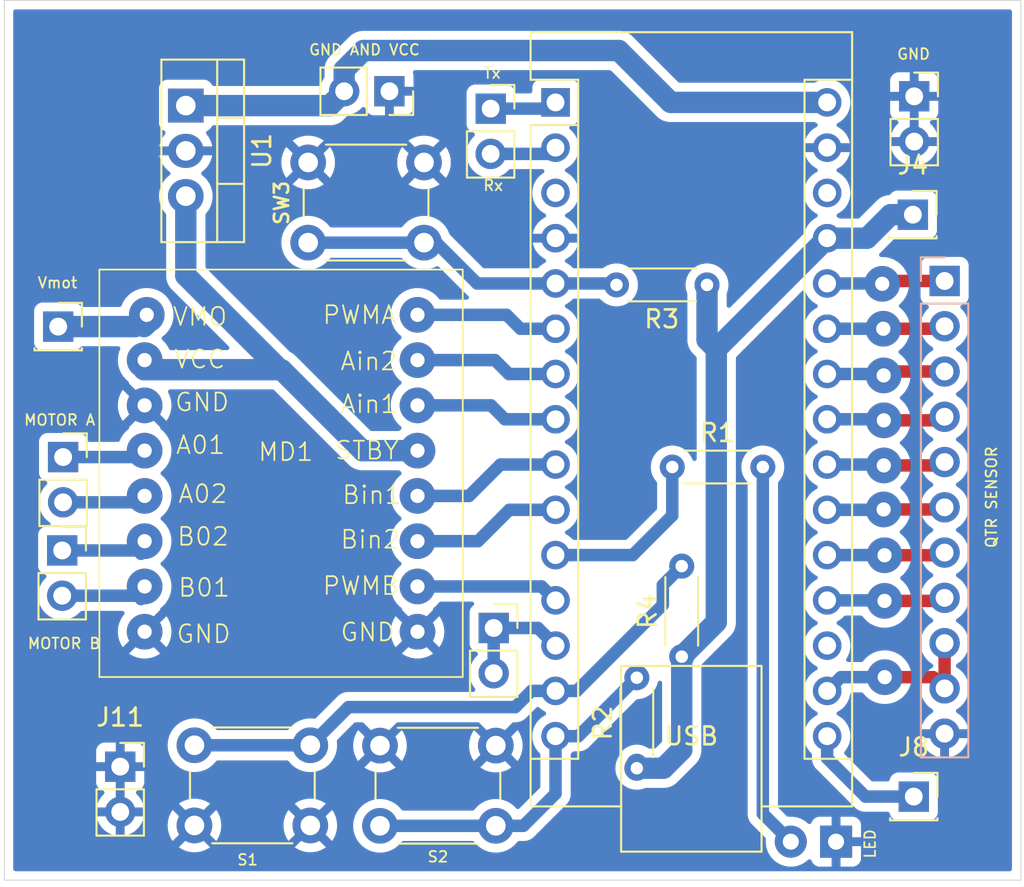
<source format=kicad_pcb>
(kicad_pcb (version 20240108) (generator "pcbnew") (generator_version "8.0")
  (title_block (title "Micromouse") (company "Prashant Bhandari"))
  (layers (0 "F.Cu" signal) (31 "B.Cu" signal) (34 "B.Paste" user) (35 "F.Paste" user) (36 "B.SilkS" user "B.Silkscreen") (37 "F.SilkS" user "F.Silkscreen") (38 "B.Mask" user) (39 "F.Mask" user) (44 "Edge.Cuts" user))
  (net 0 "")
  (net 1 "/A7")
  (net 2 "/Ain2")
  (net 3 "/LED")
  (net 4 "/D10")
  (net 5 "GND")
  (net 7 "/A4")
  (net 8 "/Rx")
  (net 9 "/PWMA")
  (net 10 "/SW1")
  (net 11 "VCC")
  (net 12 "/A6")
  (net 13 "/PWMB")
  (net 14 "/A2")
  (net 15 "/A3")
  (net 16 "/Tx")
  (net 17 "/Bin1")
  (net 19 "/Ain1")
  (net 20 "/A5")
  (net 21 "/A1")
  (net 22 "/Bin2")
  (net 23 "/A0")
  (net 24 "/Sw3")
  (net 25 "/SW2")
  (net 27 "voltage")
  (net 28 "Net-(D1-A)")
  (net 29 "Net-(J1-Pin_1)")
  (net 30 "Net-(J1-Pin_2)")
  (net 31 "Net-(J2-Pin_2)")
  (net 32 "Net-(J2-Pin_1)")
  (net 33 "+5V")
  (net 34 "/3.3v")
  (net 35 "/VMOT")
  (net 36 "/D13")
  (footprint "Module:Arduino_Nano" (layer "F.Cu") (at 208.24 118.71)
    (property "Reference" "A2" (hide yes))
    (property "Value" "Arduino_Nano_v3.x" (hide yes))
    (fp_line (start -1.4 -3.94) (end -1.4 -1.27) (stroke (width 0.12)) (layer "F.SilkS"))
    (fp_line (start -1.4 1.27) (end -1.4 39.5) (stroke (width 0.12)) (layer "F.SilkS"))
    (fp_line (start -1.4 39.5) (end 3.68 39.5) (stroke (width 0.12)) (layer "F.SilkS"))
    (fp_line (start 1.27 -1.27) (end -1.4 -1.27) (stroke (width 0.12)) (layer "F.SilkS"))
    (fp_line (start 1.27 1.27) (end -1.4 1.27) (stroke (width 0.12)) (layer "F.SilkS"))
    (fp_line (start 1.27 1.27) (end 1.27 -1.27) (stroke (width 0.12)) (layer "F.SilkS"))
    (fp_line (start 1.27 1.27) (end 1.27 36.83) (stroke (width 0.12)) (layer "F.SilkS"))
    (fp_line (start 1.27 36.83) (end -1.4 36.83) (stroke (width 0.12)) (layer "F.SilkS"))
    (fp_line (start 3.68 31.62) (end 11.56 31.62) (stroke (width 0.12)) (layer "F.SilkS"))
    (fp_line (start 3.68 42.04) (end 3.68 31.62) (stroke (width 0.12)) (layer "F.SilkS"))
    (fp_line (start 11.56 31.62) (end 11.56 42.04) (stroke (width 0.12)) (layer "F.SilkS"))
    (fp_line (start 11.56 42.04) (end 3.68 42.04) (stroke (width 0.12)) (layer "F.SilkS"))
    (fp_line (start 13.97 -1.27) (end 13.97 36.83) (stroke (width 0.12)) (layer "F.SilkS"))
    (fp_line (start 13.97 -1.27) (end 16.64 -1.27) (stroke (width 0.12)) (layer "F.SilkS"))
    (fp_line (start 13.97 36.83) (end 16.64 36.83) (stroke (width 0.12)) (layer "F.SilkS"))
    (fp_line (start 16.64 -3.94) (end -1.4 -3.94) (stroke (width 0.12)) (layer "F.SilkS"))
    (fp_line (start 16.64 39.5) (end 11.56 39.5) (stroke (width 0.12)) (layer "F.SilkS"))
    (fp_line (start 16.64 39.5) (end 16.64 -3.94) (stroke (width 0.12)) (layer "F.SilkS"))
    (fp_text user "USB" (at 7.62 35.56 0) (layer "F.SilkS"))
    (pad "1" thru_hole rect (at 0 0) (size 1.6 1.6) (drill 1) (layers "*.Cu" "*.Mask") (net 16 "/Tx"))
    (pad "2" thru_hole oval (at 0 2.54) (size 1.6 1.6) (drill 1) (layers "*.Cu" "*.Mask") (net 8 "/Rx"))
    (pad "3" thru_hole oval (at 0 5.08) (size 1.6 1.6) (drill 1) (layers "*.Cu" "*.Mask"))
    (pad "4" thru_hole oval (at 0 7.62) (size 1.6 1.6) (drill 1) (layers "*.Cu" "*.Mask") (net 5 "GND"))
    (pad "5" thru_hole oval (at 0 10.16) (size 1.6 1.6) (drill 1) (layers "*.Cu" "*.Mask") (net 24 "/Sw3"))
    (pad "6" thru_hole oval (at 0 12.7) (size 1.6 1.6) (drill 1) (layers "*.Cu" "*.Mask") (net 9 "/PWMA"))
    (pad "7" thru_hole oval (at 0 15.24) (size 1.6 1.6) (drill 1) (layers "*.Cu" "*.Mask") (net 2 "/Ain2"))
    (pad "8" thru_hole oval (at 0 17.78) (size 1.6 1.6) (drill 1) (layers "*.Cu" "*.Mask") (net 19 "/Ain1"))
    (pad "9" thru_hole oval (at 0 20.32) (size 1.6 1.6) (drill 1) (layers "*.Cu" "*.Mask") (net 17 "/Bin1"))
    (pad "10" thru_hole oval (at 0 22.86) (size 1.6 1.6) (drill 1) (layers "*.Cu" "*.Mask") (net 22 "/Bin2"))
    (pad "11" thru_hole oval (at 0 25.4) (size 1.6 1.6) (drill 1) (layers "*.Cu" "*.Mask") (net 3 "/LED"))
    (pad "12" thru_hole oval (at 0 27.94) (size 1.6 1.6) (drill 1) (layers "*.Cu" "*.Mask") (net 13 "/PWMB"))
    (pad "13" thru_hole oval (at 0 30.48) (size 1.6 1.6) (drill 1) (layers "*.Cu" "*.Mask") (net 4 "/D10"))
    (pad "14" thru_hole oval (at 0 33.02) (size 1.6 1.6) (drill 1) (layers "*.Cu" "*.Mask") (net 10 "/SW1"))
    (pad "15" thru_hole oval (at 0 35.56) (size 1.6 1.6) (drill 1) (layers "*.Cu" "*.Mask") (net 25 "/SW2"))
    (pad "16" thru_hole oval (at 15.24 35.56) (size 1.6 1.6) (drill 1) (layers "*.Cu" "*.Mask") (net 36 "/D13"))
    (pad "17" thru_hole oval (at 15.24 33.02) (size 1.6 1.6) (drill 1) (layers "*.Cu" "*.Mask") (net 34 "/3.3v"))
    (pad "18" thru_hole oval (at 15.24 30.48) (size 1.6 1.6) (drill 1) (layers "*.Cu" "*.Mask"))
    (pad "19" thru_hole oval (at 15.24 27.94) (size 1.6 1.6) (drill 1) (layers "*.Cu" "*.Mask") (net 23 "/A0"))
    (pad "20" thru_hole oval (at 15.24 25.4) (size 1.6 1.6) (drill 1) (layers "*.Cu" "*.Mask") (net 21 "/A1"))
    (pad "21" thru_hole oval (at 15.24 22.86) (size 1.6 1.6) (drill 1) (layers "*.Cu" "*.Mask") (net 14 "/A2"))
    (pad "22" thru_hole oval (at 15.24 20.32) (size 1.6 1.6) (drill 1) (layers "*.Cu" "*.Mask") (net 15 "/A3"))
    (pad "23" thru_hole oval (at 15.24 17.78) (size 1.6 1.6) (drill 1) (layers "*.Cu" "*.Mask") (net 7 "/A4"))
    (pad "24" thru_hole oval (at 15.24 15.24) (size 1.6 1.6) (drill 1) (layers "*.Cu" "*.Mask") (net 20 "/A5"))
    (pad "25" thru_hole oval (at 15.24 12.7) (size 1.6 1.6) (drill 1) (layers "*.Cu" "*.Mask") (net 12 "/A6"))
    (pad "26" thru_hole oval (at 15.24 10.16) (size 1.6 1.6) (drill 1) (layers "*.Cu" "*.Mask") (net 1 "/A7"))
    (pad "27" thru_hole oval (at 15.24 7.62) (size 1.6 1.6) (drill 1) (layers "*.Cu" "*.Mask") (net 27 "voltage"))
    (pad "28" thru_hole oval (at 15.24 5.08) (size 1.6 1.6) (drill 1) (layers "*.Cu" "*.Mask"))
    (pad "29" thru_hole oval (at 15.24 2.54) (size 1.6 1.6) (drill 1) (layers "*.Cu" "*.Mask") (net 5 "GND"))
    (pad "30" thru_hole oval (at 15.24 0) (size 1.6 1.6) (drill 1) (layers "*.Cu" "*.Mask") (net 11 "VCC"))
  )
  (footprint "Button_Switch_THT:SW_PUSH_6mm" (layer "F.Cu") (at 198.39 154.8)
    (property "Reference" "SW2" (hide yes))
    (property "Value" "SW_Push" (hide yes))
    (fp_line (start -0.25 1.5) (end -0.25 3) (stroke (width 0.12)) (layer "F.SilkS"))
    (fp_line (start 1 5.5) (end 5.5 5.5) (stroke (width 0.12)) (layer "F.SilkS"))
    (fp_line (start 5.5 -1) (end 1 -1) (stroke (width 0.12)) (layer "F.SilkS"))
    (fp_line (start 6.75 3) (end 6.75 1.5) (stroke (width 0.12)) (layer "F.SilkS"))
    (pad "1" thru_hole circle (at 0 0 90) (size 2 2) (drill 1.1) (layers "*.Cu" "*.Mask") (net 5 "GND"))
    (pad "1" thru_hole circle (at 6.5 0 90) (size 2 2) (drill 1.1) (layers "*.Cu" "*.Mask") (net 5 "GND"))
    (pad "2" thru_hole circle (at 0 4.5 90) (size 2 2) (drill 1.1) (layers "*.Cu" "*.Mask") (net 25 "/SW2"))
    (pad "2" thru_hole circle (at 6.5 4.5 90) (size 2 2) (drill 1.1) (layers "*.Cu" "*.Mask") (net 25 "/SW2"))
  )
  (footprint "Button_Switch_THT:SW_PUSH_6mm" (layer "F.Cu") (at 194.48 159.28 180)
    (property "Reference" "SW1" (hide yes))
    (property "Value" "SW_Push")
    (fp_line (start 6.75 3) (end 6.75 1.5) (stroke (width 0.12)) (layer "F.SilkS"))
    (fp_line (start 5.5 -1) (end 1 -1) (stroke (width 0.12)) (layer "F.SilkS"))
    (fp_line (start 1 5.5) (end 5.5 5.5) (stroke (width 0.12)) (layer "F.SilkS"))
    (fp_line (start -0.25 1.5) (end -0.25 3) (stroke (width 0.12)) (layer "F.SilkS"))
    (pad "1" thru_hole circle (at 0 0 270) (size 2 2) (drill 1.1) (layers "*.Cu" "*.Mask") (net 5 "GND"))
    (pad "1" thru_hole circle (at 6.5 0 270) (size 2 2) (drill 1.1) (layers "*.Cu" "*.Mask") (net 5 "GND"))
    (pad "2" thru_hole circle (at 0 4.5 270) (size 2 2) (drill 1.1) (layers "*.Cu" "*.Mask") (net 10 "/SW1"))
    (pad "2" thru_hole circle (at 6.5 4.5 270) (size 2 2) (drill 1.1) (layers "*.Cu" "*.Mask") (net 10 "/SW1"))
  )
  (footprint "Resistor_THT:R_Axial_DIN0204_L3.6mm_D1.6mm_P5.08mm_Horizontal" (layer "F.Cu") (at 212.8 156.07 90)
    (property "Reference" "R2" (at 2.54 -1.92 90) (layer "F.SilkS"))
    (property "Value" "R")
    (fp_line (start 0.62 -0.92) (end 4.46 -0.92) (stroke (width 0.12)) (layer "F.SilkS"))
    (fp_line (start 0.62 0.92) (end 4.46 0.92) (stroke (width 0.12)) (layer "F.SilkS"))
    (pad "1" thru_hole circle (at 0 0 90) (size 1.4 1.4) (drill 0.7) (layers "*.Cu" "*.Mask") (net 27 "voltage"))
    (pad "2" thru_hole oval (at 5.08 0 90) (size 1.4 1.4) (drill 0.7) (layers "*.Cu" "*.Mask") (net 25 "/SW2"))
  )
  (footprint "LED_THT:LED_D1.8mm_W1.8mm_H2.4mm_Horizontal_O1.27mm_Z1.6mm" (layer "F.Cu") (at 223.98 160.19 180)
    (property "Reference" "D1" (hide yes))
    (property "Value" "LED" (hide yes))
    (pad "1" thru_hole rect (at 0 0 180) (size 1.8 1.8) (drill 0.9) (layers "*.Cu" "*.Mask") (net 5 "GND"))
    (pad "2" thru_hole circle (at 2.54 0 180) (size 1.8 1.8) (drill 0.9) (layers "*.Cu" "*.Mask") (net 28 "Net-(D1-A)"))
  )
  (footprint "Button_Switch_THT:SW_PUSH_6mm" (layer "F.Cu") (at 194.36 122.08)
    (property "Reference" "SW3" (at -1.4875 2.2675 90) (layer "F.SilkS") (effects (font (size 0.8 0.8))))
    (property "Value" "SW_Push" (hide yes))
    (fp_line (start -0.25 1.5) (end -0.25 3) (stroke (width 0.12)) (layer "F.SilkS"))
    (fp_line (start 1 5.5) (end 5.5 5.5) (stroke (width 0.12)) (layer "F.SilkS"))
    (fp_line (start 5.5 -1) (end 1 -1) (stroke (width 0.12)) (layer "F.SilkS"))
    (fp_line (start 6.75 3) (end 6.75 1.5) (stroke (width 0.12)) (layer "F.SilkS"))
    (pad "1" thru_hole circle (at 0 0 90) (size 2 2) (drill 1.1) (layers "*.Cu" "*.Mask") (net 5 "GND"))
    (pad "1" thru_hole circle (at 6.5 0 90) (size 2 2) (drill 1.1) (layers "*.Cu" "*.Mask") (net 5 "GND"))
    (pad "2" thru_hole circle (at 0 4.5 90) (size 2 2) (drill 1.1) (layers "*.Cu" "*.Mask") (net 24 "/Sw3"))
    (pad "2" thru_hole circle (at 6.5 4.5 90) (size 2 2) (drill 1.1) (layers "*.Cu" "*.Mask") (net 24 "/Sw3"))
  )
  (footprint "Connector_PinSocket_2.54mm:PinSocket_1x01_P2.54mm_Vertical" (layer "F.Cu") (at 228.29 125.01)
    (property "Reference" "J4" (at 0 -2.77 0) (layer "F.SilkS"))
    (property "Value" "Conn_01x01_Pin" (hide yes))
    (fp_line (start -1.33 1.21) (end -1.33 1.33) (stroke (width 0.12)) (layer "F.SilkS"))
    (fp_line (start -1.33 1.33) (end 1.33 1.33) (stroke (width 0.12)) (layer "F.SilkS"))
    (fp_line (start 0 -1.33) (end 1.33 -1.33) (stroke (width 0.12)) (layer "F.SilkS"))
    (fp_line (start 1.33 -1.33) (end 1.33 0) (stroke (width 0.12)) (layer "F.SilkS"))
    (fp_line (start 1.33 1.21) (end 1.33 1.33) (stroke (width 0.12)) (layer "F.SilkS"))
    (pad "1" thru_hole rect (at 0 0) (size 1.7 1.7) (drill 1) (layers "*.Cu" "*.Mask") (net 27 "voltage"))
  )
  (footprint "Connector_PinSocket_2.54mm:PinSocket_1x02_P2.54mm_Vertical" (layer "F.Cu") (at 204.77 148.2)
    (property "Reference" "J6" (hide yes))
    (property "Value" "Conn_01x02_Pin" (hide yes))
    (fp_line (start -1.33 1.27) (end -1.33 3.87) (stroke (width 0.12)) (layer "F.SilkS"))
    (fp_line (start -1.33 1.27) (end 1.33 1.27) (stroke (width 0.12)) (layer "F.SilkS"))
    (fp_line (start -1.33 3.87) (end 1.33 3.87) (stroke (width 0.12)) (layer "F.SilkS"))
    (fp_line (start 0 -1.33) (end 1.33 -1.33) (stroke (width 0.12)) (layer "F.SilkS"))
    (fp_line (start 1.33 -1.33) (end 1.33 0) (stroke (width 0.12)) (layer "F.SilkS"))
    (fp_line (start 1.33 1.27) (end 1.33 3.87) (stroke (width 0.12)) (layer "F.SilkS"))
    (pad "1" thru_hole rect (at 0 0) (size 1.7 1.7) (drill 1) (layers "*.Cu" "*.Mask") (net 4 "/D10"))
    (pad "2" thru_hole oval (at 0 2.54) (size 1.7 1.7) (drill 1) (layers "*.Cu" "*.Mask") (net 4 "/D10"))
  )
  (footprint "Resistor_THT:R_Axial_DIN0204_L3.6mm_D1.6mm_P5.08mm_Horizontal" (layer "F.Cu") (at 214.79 139.17)
    (property "Reference" "R1" (at 2.54 -1.92 0) (layer "F.SilkS"))
    (property "Value" "R")
    (fp_line (start 0.62 -0.92) (end 4.46 -0.92) (stroke (width 0.12)) (layer "F.SilkS"))
    (fp_line (start 0.62 0.92) (end 4.46 0.92) (stroke (width 0.12)) (layer "F.SilkS"))
    (pad "1" thru_hole circle (at 0 0) (size 1.4 1.4) (drill 0.7) (layers "*.Cu" "*.Mask") (net 3 "/LED"))
    (pad "2" thru_hole oval (at 5.08 0) (size 1.4 1.4) (drill 0.7) (layers "*.Cu" "*.Mask") (net 28 "Net-(D1-A)"))
  )
  (footprint "Connector_PinSocket_2.54mm:PinSocket_1x02_P2.54mm_Vertical" (layer "F.Cu") (at 198.92 118.085 -90)
    (property "Reference" "J3" (hide yes))
    (property "Value" "Conn_01x02_Pin" (hide yes))
    (fp_line (start -1.33 3.87) (end 1.33 3.87) (stroke (width 0.12)) (layer "F.SilkS"))
    (fp_line (start -1.33 1.27) (end -1.33 3.87) (stroke (width 0.12)) (layer "F.SilkS"))
    (fp_line (start -1.33 1.27) (end 1.33 1.27) (stroke (width 0.12)) (layer "F.SilkS"))
    (fp_line (start 1.33 1.27) (end 1.33 3.87) (stroke (width 0.12)) (layer "F.SilkS"))
    (fp_line (start 0 -1.33) (end 1.33 -1.33) (stroke (width 0.12)) (layer "F.SilkS"))
    (fp_line (start 1.33 -1.33) (end 1.33 0) (stroke (width 0.12)) (layer "F.SilkS"))
    (pad "1" thru_hole rect (at 0 0 270) (size 1.7 1.7) (drill 1) (layers "*.Cu" "*.Mask") (net 5 "GND"))
    (pad "2" thru_hole oval (at 0 2.54 270) (size 1.7 1.7) (drill 1) (layers "*.Cu" "*.Mask") (net 11 "VCC"))
  )
  (footprint "Connector_PinSocket_2.54mm:PinSocket_1x02_P2.54mm_Vertical" (layer "F.Cu") (at 183.815 155.98)
    (property "Reference" "J11" (at 0 -2.77 0) (layer "F.SilkS"))
    (property "Value" "Conn_01x02_Pin" (hide yes))
    (fp_line (start -1.33 1.27) (end -1.33 3.87) (stroke (width 0.12)) (layer "F.SilkS"))
    (fp_line (start -1.33 1.27) (end 1.33 1.27) (stroke (width 0.12)) (layer "F.SilkS"))
    (fp_line (start -1.33 3.87) (end 1.33 3.87) (stroke (width 0.12)) (layer "F.SilkS"))
    (fp_line (start 0 -1.33) (end 1.33 -1.33) (stroke (width 0.12)) (layer "F.SilkS"))
    (fp_line (start 1.33 -1.33) (end 1.33 0) (stroke (width 0.12)) (layer "F.SilkS"))
    (fp_line (start 1.33 1.27) (end 1.33 3.87) (stroke (width 0.12)) (layer "F.SilkS"))
    (pad "1" thru_hole rect (at 0 0) (size 1.7 1.7) (drill 1) (layers "*.Cu" "*.Mask") (net 5 "GND"))
    (pad "2" thru_hole oval (at 0 2.54) (size 1.7 1.7) (drill 1) (layers "*.Cu" "*.Mask") (net 5 "GND"))
  )
  (footprint "Connector_PinSocket_2.54mm:PinSocket_1x02_P2.54mm_Vertical" (layer "F.Cu") (at 204.6 119.06)
    (property "Reference" "J5" (hide yes))
    (property "Value" "Conn_01x02_Pin" (hide yes))
    (fp_line (start -1.33 1.27) (end -1.33 3.87) (stroke (width 0.12)) (layer "F.SilkS"))
    (fp_line (start -1.33 1.27) (end 1.33 1.27) (stroke (width 0.12)) (layer "F.SilkS"))
    (fp_line (start -1.33 3.87) (end 1.33 3.87) (stroke (width 0.12)) (layer "F.SilkS"))
    (fp_line (start 0 -1.33) (end 1.33 -1.33) (stroke (width 0.12)) (layer "F.SilkS"))
    (fp_line (start 1.33 -1.33) (end 1.33 0) (stroke (width 0.12)) (layer "F.SilkS"))
    (fp_line (start 1.33 1.27) (end 1.33 3.87) (stroke (width 0.12)) (layer "F.SilkS"))
    (pad "1" thru_hole rect (at 0 0) (size 1.7 1.7) (drill 1) (layers "*.Cu" "*.Mask") (net 16 "/Tx"))
    (pad "2" thru_hole oval (at 0 2.54) (size 1.7 1.7) (drill 1) (layers "*.Cu" "*.Mask") (net 8 "/Rx"))
  )
  (footprint "Package_TO_SOT_THT:TO-220-3_Vertical" (layer "F.Cu") (at 187.495 118.89 -90)
    (property "Reference" "U1" (at 2.54 -4.27 90) (layer "F.SilkS"))
    (property "Value" "LM7805_TO220" (hide yes))
    (fp_line (start -2.58 1.371) (end 7.66 1.371) (stroke (width 0.12)) (layer "F.SilkS"))
    (fp_line (start -2.58 -1.76) (end 7.66 -1.76) (stroke (width 0.12)) (layer "F.SilkS"))
    (fp_line (start -2.58 -3.27) (end -2.58 1.371) (stroke (width 0.12)) (layer "F.SilkS"))
    (fp_line (start -2.58 -3.27) (end 7.66 -3.27) (stroke (width 0.12)) (layer "F.SilkS"))
    (fp_line (start 0.69 -3.27) (end 0.69 -1.76) (stroke (width 0.12)) (layer "F.SilkS"))
    (fp_line (start 4.391 -3.27) (end 4.391 -1.76) (stroke (width 0.12)) (layer "F.SilkS"))
    (fp_line (start 7.66 -3.27) (end 7.66 1.371) (stroke (width 0.12)) (layer "F.SilkS"))
    (pad "1" thru_hole rect (at 0 0 270) (size 1.905 2) (drill 1.1) (layers "*.Cu" "*.Mask") (net 11 "VCC"))
    (pad "2" thru_hole oval (at 2.54 0 270) (size 1.905 2) (drill 1.1) (layers "*.Cu" "*.Mask") (net 5 "GND"))
    (pad "3" thru_hole oval (at 5.08 0 270) (size 1.905 2) (drill 1.1) (layers "*.Cu" "*.Mask") (net 33 "+5V"))
  )
  (footprint "Resistor_THT:R_Axial_DIN0204_L3.6mm_D1.6mm_P5.08mm_Horizontal" (layer "F.Cu") (at 215.32 149.81 90)
    (property "Reference" "R4" (at 2.54 -1.92 90) (layer "F.SilkS"))
    (property "Value" "R")
    (fp_line (start 0.62 -0.92) (end 4.46 -0.92) (stroke (width 0.12)) (layer "F.SilkS"))
    (fp_line (start 0.62 0.92) (end 4.46 0.92) (stroke (width 0.12)) (layer "F.SilkS"))
    (pad "1" thru_hole circle (at 0 0 90) (size 1.4 1.4) (drill 0.7) (layers "*.Cu" "*.Mask") (net 27 "voltage"))
    (pad "2" thru_hole oval (at 5.08 0 90) (size 1.4 1.4) (drill 0.7) (layers "*.Cu" "*.Mask") (net 10 "/SW1"))
  )
  (footprint "Connector_PinSocket_2.54mm:PinSocket_1x02_P2.54mm_Vertical" (layer "F.Cu") (at 228.365 118.37)
    (property "Reference" "J7" (hide yes))
    (property "Value" "Conn_01x02_Pin" (hide yes))
    (fp_line (start -1.33 1.27) (end -1.33 3.87) (stroke (width 0.12)) (layer "F.SilkS"))
    (fp_line (start -1.33 1.27) (end 1.33 1.27) (stroke (width 0.12)) (layer "F.SilkS"))
    (fp_line (start -1.33 3.87) (end 1.33 3.87) (stroke (width 0.12)) (layer "F.SilkS"))
    (fp_line (start 0 -1.33) (end 1.33 -1.33) (stroke (width 0.12)) (layer "F.SilkS"))
    (fp_line (start 1.33 -1.33) (end 1.33 0) (stroke (width 0.12)) (layer "F.SilkS"))
    (fp_line (start 1.33 1.27) (end 1.33 3.87) (stroke (width 0.12)) (layer "F.SilkS"))
    (pad "1" thru_hole rect (at 0 0) (size 1.7 1.7) (drill 1) (layers "*.Cu" "*.Mask") (net 5 "GND"))
    (pad "2" thru_hole oval (at 0 2.54) (size 1.7 1.7) (drill 1) (layers "*.Cu" "*.Mask") (net 5 "GND"))
  )
  (footprint "micromouse1.0:tbfng motor driver" (layer "F.Cu") (at 192.805 139.52)
    (property "Reference" "MD1" (at 0.3 -1.2 0) (layer "F.SilkS") (effects (font (thickness 0.1))))
    (property "Value" "~")
    (fp_rect (start -10.16 -11.43) (end 10.23 11.43) (stroke (width 0.1)) (fill none) (layer "F.SilkS"))
    (fp_text user "Bin1" (at 3.4 1.8 0) (layer "F.SilkS") (effects (font (thickness 0.1)) (justify left bottom)))
    (fp_text user "VMO" (at -6.1 -8.2 0) (layer "F.SilkS") (effects (font (thickness 0.1)) (justify left bottom)))
    (fp_text user "B01" (at -5.8 7 0) (layer "F.SilkS") (effects (font (thickness 0.1)) (justify left bottom)))
    (fp_text user "PWMA" (at 2.3 -8.3 0) (layer "F.SilkS") (effects (font (thickness 0.1)) (justify left bottom)))
    (fp_text user "GND" (at 3.3 9.5 0) (layer "F.SilkS") (effects (font (thickness 0.1)) (justify left bottom)))
    (fp_text user "Ain1" (at 3.3 -3.3 0) (layer "F.SilkS") (effects (font (thickness 0.1)) (justify left bottom)))
    (fp_text user "A01" (at -5.927114 -1.006122 0) (layer "F.SilkS") (effects (font (thickness 0.1)) (justify left bottom)))
    (fp_text user "A02" (at -5.8 1.740482 0) (layer "F.SilkS") (effects (font (thickness 0.1)) (justify left bottom)))
    (fp_text user "B02" (at -5.86064 4.135764 0) (layer "F.SilkS") (effects (font (thickness 0.1)) (justify left bottom)))
    (fp_text user "PWMB" (at 2.3 6.9 0) (layer "F.SilkS") (effects (font (thickness 0.1)) (justify left bottom)))
    (fp_text user "VCC" (at -6.021405 -5.809036 0) (layer "F.SilkS") (effects (font (thickness 0.1)) (justify left bottom)))
    (fp_text user "Bin2" (at 3.3 4.3 0) (layer "F.SilkS") (effects (font (thickness 0.1)) (justify left bottom)))
    (fp_text user "GND" (at -5.9 9.6 0) (layer "F.SilkS") (effects (font (thickness 0.1)) (justify left bottom)))
    (fp_text user "Ain2" (at 3.3 -5.7 0) (layer "F.SilkS") (effects (font (thickness 0.1)) (justify left bottom)))
    (fp_text user "STBY" (at 3 -0.7 0) (layer "F.SilkS") (effects (font (thickness 0.1)) (justify left bottom)))
    (fp_text user "GND" (at -5.986263 -3.401675 0) (layer "F.SilkS") (effects (font (thickness 0.1)) (justify left bottom)))
    (pad "1" thru_hole circle (at -7.5 -8.89) (size 2 2) (drill 0.8) (layers "*.Cu" "*.Mask") (net 35 "/VMOT"))
    (pad "2" thru_hole circle (at -7.62 -6.35) (size 2 2) (drill 0.8) (layers "*.Cu" "*.Mask") (net 33 "+5V"))
    (pad "3" thru_hole circle (at -7.62 -3.81) (size 2 2) (drill 0.8) (layers "*.Cu" "*.Mask") (net 5 "GND"))
    (pad "4" thru_hole circle (at -7.62 -1.27) (size 2 2) (drill 0.8) (layers "*.Cu" "*.Mask") (net 29 "Net-(J1-Pin_1)"))
    (pad "5" thru_hole circle (at -7.62 1.27) (size 2 2) (drill 0.8) (layers "*.Cu" "*.Mask") (net 30 "Net-(J1-Pin_2)"))
    (pad "6" thru_hole circle (at -7.62 3.81) (size 2 2) (drill 0.8) (layers "*.Cu" "*.Mask") (net 32 "Net-(J2-Pin_1)"))
    (pad "7" thru_hole circle (at -7.62 6.35) (size 2 2) (drill 0.8) (layers "*.Cu" "*.Mask") (net 31 "Net-(J2-Pin_2)"))
    (pad "8" thru_hole circle (at -7.62 8.89) (size 2 2) (drill 0.8) (layers "*.Cu" "*.Mask") (net 5 "GND"))
    (pad "9" thru_hole circle (at 7.69 8.89) (size 2 2) (drill 0.8) (layers "*.Cu" "*.Mask") (net 5 "GND"))
    (pad "10" thru_hole circle (at 7.69 6.35) (size 2 2) (drill 0.8) (layers "*.Cu" "*.Mask") (net 13 "/PWMB"))
    (pad "11" thru_hole circle (at 7.69 3.81) (size 2 2) (drill 0.8) (layers "*.Cu" "*.Mask") (net 22 "/Bin2"))
    (pad "12" thru_hole circle (at 7.69 1.27) (size 2 2) (drill 0.8) (layers "*.Cu" "*.Mask") (net 17 "/Bin1"))
    (pad "13" thru_hole circle (at 7.69 -1.27) (size 2 2) (drill 0.8) (layers "*.Cu" "*.Mask") (net 33 "+5V"))
    (pad "14" thru_hole circle (at 7.69 -3.81) (size 2 2) (drill 0.8) (layers "*.Cu" "*.Mask") (net 19 "/Ain1"))
    (pad "15" thru_hole circle (at 7.69 -6.35) (size 2 2) (drill 0.8) (layers "*.Cu" "*.Mask") (net 2 "/Ain2"))
    (pad "16" thru_hole circle (at 7.69 -8.89) (size 2 2) (drill 0.8) (layers "*.Cu" "*.Mask") (net 9 "/PWMA"))
  )
  (footprint "Connector_PinSocket_2.54mm:PinSocket_1x02_P2.54mm_Vertical" (layer "F.Cu") (at 180.56 143.85)
    (property "Reference" "J2" (hide yes))
    (property "Value" "Conn_01x02_Pin" (hide yes))
    (fp_line (start -1.33 1.27) (end -1.33 3.87) (stroke (width 0.12)) (layer "F.SilkS"))
    (fp_line (start -1.33 1.27) (end 1.33 1.27) (stroke (width 0.12)) (layer "F.SilkS"))
    (fp_line (start -1.33 3.87) (end 1.33 3.87) (stroke (width 0.12)) (layer "F.SilkS"))
    (fp_line (start 0 -1.33) (end 1.33 -1.33) (stroke (width 0.12)) (layer "F.SilkS"))
    (fp_line (start 1.33 -1.33) (end 1.33 0) (stroke (width 0.12)) (layer "F.SilkS"))
    (fp_line (start 1.33 1.27) (end 1.33 3.87) (stroke (width 0.12)) (layer "F.SilkS"))
    (pad "1" thru_hole rect (at 0 0) (size 1.7 1.7) (drill 1) (layers "*.Cu" "*.Mask") (net 32 "Net-(J2-Pin_1)"))
    (pad "2" thru_hole oval (at 0 2.54) (size 1.7 1.7) (drill 1) (layers "*.Cu" "*.Mask") (net 31 "Net-(J2-Pin_2)"))
  )
  (footprint "Connector_PinSocket_2.54mm:PinSocket_1x01_P2.54mm_Vertical" (layer "F.Cu") (at 180.335 131.29)
    (property "Reference" "J9" (hide yes))
    (property "Value" "Conn_01x01_Pin" (hide yes))
    (fp_line (start -1.33 1.21) (end -1.33 1.33) (stroke (width 0.12)) (layer "F.SilkS"))
    (fp_line (start -1.33 1.33) (end 1.33 1.33) (stroke (width 0.12)) (layer "F.SilkS"))
    (fp_line (start 0 -1.33) (end 1.33 -1.33) (stroke (width 0.12)) (layer "F.SilkS"))
    (fp_line (start 1.33 -1.33) (end 1.33 0) (stroke (width 0.12)) (layer "F.SilkS"))
    (fp_line (start 1.33 1.21) (end 1.33 1.33) (stroke (width 0.12)) (layer "F.SilkS"))
    (pad "1" thru_hole rect (at 0 0) (size 1.7 1.7) (drill 1) (layers "*.Cu" "*.Mask") (net 35 "/VMOT"))
  )
  (footprint "Connector_PinSocket_2.54mm:PinSocket_1x02_P2.54mm_Vertical" (layer "F.Cu") (at 180.61 138.61)
    (property "Reference" "J1" (hide yes))
    (property "Value" "Conn_01x02_Pin" (hide yes))
    (fp_line (start -1.33 1.27) (end -1.33 3.87) (stroke (width 0.12)) (layer "F.SilkS"))
    (fp_line (start -1.33 1.27) (end 1.33 1.27) (stroke (width 0.12)) (layer "F.SilkS"))
    (fp_line (start -1.33 3.87) (end 1.33 3.87) (stroke (width 0.12)) (layer "F.SilkS"))
    (fp_line (start 0 -1.33) (end 1.33 -1.33) (stroke (width 0.12)) (layer "F.SilkS"))
    (fp_line (start 1.33 -1.33) (end 1.33 0) (stroke (width 0.12)) (layer "F.SilkS"))
    (fp_line (start 1.33 1.27) (end 1.33 3.87) (stroke (width 0.12)) (layer "F.SilkS"))
    (pad "1" thru_hole rect (at 0 0) (size 1.7 1.7) (drill 1) (layers "*.Cu" "*.Mask") (net 29 "Net-(J1-Pin_1)"))
    (pad "2" thru_hole oval (at 0 2.54) (size 1.7 1.7) (drill 1) (layers "*.Cu" "*.Mask") (net 30 "Net-(J1-Pin_2)"))
  )
  (footprint "Resistor_THT:R_Axial_DIN0204_L3.6mm_D1.6mm_P5.08mm_Horizontal" (layer "F.Cu") (at 216.74 128.95 180)
    (property "Reference" "R3" (at 2.54 -1.92 0) (layer "F.SilkS"))
    (property "Value" "R")
    (fp_line (start 0.62 0.92) (end 4.46 0.92) (stroke (width 0.12)) (layer "F.SilkS"))
    (fp_line (start 0.62 -0.92) (end 4.46 -0.92) (stroke (width 0.12)) (layer "F.SilkS"))
    (pad "1" thru_hole circle (at 0 0 180) (size 1.4 1.4) (drill 0.7) (layers "*.Cu" "*.Mask") (net 27 "voltage"))
    (pad "2" thru_hole oval (at 5.08 0 180) (size 1.4 1.4) (drill 0.7) (layers "*.Cu" "*.Mask") (net 24 "/Sw3"))
  )
  (footprint "Connector_PinSocket_2.54mm:PinSocket_1x01_P2.54mm_Vertical" (layer "F.Cu") (at 228.34 157.66)
    (property "Reference" "J8" (at 0 -2.77 0) (layer "F.SilkS"))
    (property "Value" "Conn_01x01_Pin" (hide yes))
    (fp_line (start -1.33 1.21) (end -1.33 1.33) (stroke (width 0.12)) (layer "F.SilkS"))
    (fp_line (start -1.33 1.33) (end 1.33 1.33) (stroke (width 0.12)) (layer "F.SilkS"))
    (fp_line (start 0 -1.33) (end 1.33 -1.33) (stroke (width 0.12)) (layer "F.SilkS"))
    (fp_line (start 1.33 -1.33) (end 1.33 0) (stroke (width 0.12)) (layer "F.SilkS"))
    (fp_line (start 1.33 1.21) (end 1.33 1.33) (stroke (width 0.12)) (layer "F.SilkS"))
    (pad "1" thru_hole rect (at 0 0) (size 1.7 1.7) (drill 1) (layers "*.Cu" "*.Mask") (net 36 "/D13"))
  )
  (footprint "Connector_PinSocket_2.54mm:PinSocket_1x11_P2.54mm_Vertical" (layer "B.Cu") (at 230.07 128.73 180)
    (property "Reference" "J10" (hide yes))
    (property "Value" "Conn_01x11_Pin" (hide yes))
    (fp_line (start 1.33 1.33) (end 0 1.33) (stroke (width 0.12)) (layer "B.SilkS"))
    (fp_line (start 1.33 0) (end 1.33 1.33) (stroke (width 0.12)) (layer "B.SilkS"))
    (fp_line (start 1.33 -1.27) (end -1.33 -1.27) (stroke (width 0.12)) (layer "B.SilkS"))
    (fp_line (start 1.33 -26.73) (end 1.33 -1.27) (stroke (width 0.12)) (layer "B.SilkS"))
    (fp_line (start 1.33 -26.73) (end -1.33 -26.73) (stroke (width 0.12)) (layer "B.SilkS"))
    (fp_line (start -1.33 -26.73) (end -1.33 -1.27) (stroke (width 0.12)) (layer "B.SilkS"))
    (pad "1" thru_hole rect (at 0 0 180) (size 1.7 1.7) (drill 1) (layers "*.Cu" "*.Mask") (net 1 "/A7"))
    (pad "2" thru_hole oval (at 0 -2.54 180) (size 1.7 1.7) (drill 1) (layers "*.Cu" "*.Mask") (net 12 "/A6"))
    (pad "3" thru_hole oval (at 0 -5.08 180) (size 1.7 1.7) (drill 1) (layers "*.Cu" "*.Mask") (net 20 "/A5"))
    (pad "4" thru_hole oval (at 0 -7.62 180) (size 1.7 1.7) (drill 1) (layers "*.Cu" "*.Mask") (net 7 "/A4"))
    (pad "5" thru_hole oval (at 0 -10.16 180) (size 1.7 1.7) (drill 1) (layers "*.Cu" "*.Mask") (net 15 "/A3"))
    (pad "6" thru_hole oval (at 0 -12.7 180) (size 1.7 1.7) (drill 1) (layers "*.Cu" "*.Mask") (net 14 "/A2"))
    (pad "7" thru_hole oval (at 0 -15.24 180) (size 1.7 1.7) (drill 1) (layers "*.Cu" "*.Mask") (net 21 "/A1"))
    (pad "8" thru_hole oval (at 0 -17.78 180) (size 1.7 1.7) (drill 1) (layers "*.Cu" "*.Mask") (net 23 "/A0"))
    (pad "9" thru_hole oval (at 0 -20.32 180) (size 1.7 1.7) (drill 1) (layers "*.Cu" "*.Mask") (net 34 "/3.3v"))
    (pad "10" thru_hole oval (at 0 -22.86 180) (size 1.7 1.7) (drill 1) (layers "*.Cu" "*.Mask") (net 34 "/3.3v"))
    (pad "11" thru_hole oval (at 0 -25.4 180) (size 1.7 1.7) (drill 1) (layers "*.Cu" "*.Mask") (net 5 "GND"))
  )
  (gr_rect (start 177.31 112.99) (end 234.35 162.35) (stroke (width 0.05)) (fill none) (layer "Edge.Cuts"))
  (gr_text "GND AND VCC" (at 197.52 115.76 0) (layer "F.SilkS") (effects (font (size 0.6 0.6) (thickness 0.1))))
  (gr_text "S1\n" (at 190.96 161.21 0) (layer "F.SilkS") (effects (font (size 0.6 0.6) (thickness 0.1))))
  (gr_text "GND" (at 228.33 116 0) (layer "F.SilkS") (effects (font (size 0.6 0.6) (thickness 0.1))))
  (gr_text "S2\n" (at 201.64 161.04 0) (layer "F.SilkS") (effects (font (size 0.6 0.6) (thickness 0.1))))
  (gr_text "Tx" (at 204.68 117.07 0) (layer "F.SilkS") (effects (font (size 0.6 0.6) (thickness 0.1))))
  (gr_text "MOTOR B\n" (at 180.665 149.07 0) (layer "F.SilkS") (effects (font (size 0.6 0.6) (thickness 0.1))))
  (gr_text "Vmot\n" (at 180.295 128.83 0) (layer "F.SilkS") (effects (font (size 0.6 0.6) (thickness 0.1))))
  (gr_text "LED\n" (at 225.89 160.31 90) (layer "F.SilkS") (effects (font (size 0.6 0.6) (thickness 0.1))))
  (gr_text "QTR SENSOR" (at 232.7 140.86 90) (layer "F.SilkS") (effects (font (size 0.6 0.6) (thickness 0.1))))
  (gr_text "Rx" (at 204.74 123.37 0) (layer "F.SilkS") (effects (font (size 0.6 0.6) (thickness 0.1))))
  (gr_text "MOTOR A\n" (at 180.415 136.53 0) (layer "F.SilkS") (effects (font (size 0.6 0.6) (thickness 0.1))))
  (segment (start 226.73 128.73) (end 226.57 128.89) (width 0.7) (layer "F.Cu") (net 1))
  (segment (start 230.07 128.73) (end 226.73 128.73) (width 0.7) (layer "F.Cu") (net 1))
  (via (at 226.57 128.89) (size 2) (drill 0.8) (layers "F.Cu" "B.Cu") (net 1))
  (segment (start 226.57 128.89) (end 226.57 129.02) (width 0.7) (layer "B.Cu") (net 1))
  (segment (start 226.57 129.02) (end 226.43 128.88) (width 0.7) (layer "B.Cu") (net 1))
  (segment (start 226.42 128.87) (end 226.44 128.89) (width 0.7) (layer "B.Cu") (net 1))
  (segment (start 226.44 128.89) (end 226.57 128.89) (width 0.7) (layer "B.Cu") (net 1))
  (segment (start 223.48 128.87) (end 226.42 128.87) (width 0.7) (layer "B.Cu") (net 1))
  (segment (start 205.62 133.95) (end 208.24 133.95) (width 0.7) (layer "B.Cu") (net 2))
  (segment (start 204.84 133.17) (end 205.62 133.95) (width 0.7) (layer "B.Cu") (net 2))
  (segment (start 200.495 133.17) (end 204.84 133.17) (width 0.7) (layer "B.Cu") (net 2))
  (segment (start 208 133.71) (end 208.24 133.95) (width 0.7) (layer "B.Cu") (net 2))
  (segment (start 208.08 144.27) (end 208.24 144.11) (width 0.7) (layer "B.Cu") (net 3))
  (segment (start 212.57 144.11) (end 214.79 141.89) (width 0.7) (layer "B.Cu") (net 3))
  (segment (start 214.79 141.89) (end 214.79 139.17) (width 0.7) (layer "B.Cu") (net 3))
  (segment (start 208.24 144.11) (end 212.57 144.11) (width 0.7) (layer "B.Cu") (net 3))
  (segment (start 207.25 148.2) (end 208.24 149.19) (width 0.7) (layer "B.Cu") (net 4))
  (segment (start 204.77 150.74) (end 204.77 148.2) (width 0.7) (layer "B.Cu") (net 4))
  (segment (start 204.77 148.2) (end 207.25 148.2) (width 0.7) (layer "B.Cu") (net 4))
  (segment (start 226.66 136.55) (end 229.87 136.55) (width 0.7) (layer "F.Cu") (net 7))
  (segment (start 229.87 136.55) (end 230.07 136.35) (width 0.7) (layer "F.Cu") (net 7))
  (via (at 226.66 136.55) (size 2) (drill 0.8) (layers "F.Cu" "B.Cu") (net 7))
  (segment (start 226.6 136.49) (end 226.66 136.55) (width 0.7) (layer "B.Cu") (net 7))
  (segment (start 223.48 136.49) (end 226.6 136.49) (width 0.7) (layer "B.Cu") (net 7))
  (segment (start 204.6 121.6) (end 207.89 121.6) (width 0.7) (layer "B.Cu") (net 8))
  (segment (start 207.89 121.6) (end 208.24 121.25) (width 0.7) (layer "B.Cu") (net 8))
  (segment (start 208 131.17) (end 208.24 131.41) (width 0.7) (layer "B.Cu") (net 9))
  (segment (start 208.24 131.41) (end 206.27 131.41) (width 0.7) (layer "B.Cu") (net 9))
  (segment (start 206.27 131.41) (end 205.49 130.63) (width 0.7) (layer "B.Cu") (net 9))
  (segment (start 205.49 130.63) (end 200.495 130.63) (width 0.7) (layer "B.Cu") (net 9))
  (segment (start 208.24 151.73) (end 209.43 151.73) (width 0.7) (layer "B.Cu") (net 10))
  (segment (start 196.62 152.64) (end 205.98 152.64) (width 0.7) (layer "B.Cu") (net 10))
  (segment (start 209.43 151.73) (end 214.26 146.9) (width 0.7) (layer "B.Cu") (net 10))
  (segment (start 214.26 145.79) (end 215.32 144.73) (width 0.7) (layer "B.Cu") (net 10))
  (segment (start 194.48 154.78) (end 196.62 152.64) (width 0.7) (layer "B.Cu") (net 10))
  (segment (start 205.98 152.64) (end 206.89 151.73) (width 0.7) (layer "B.Cu") (net 10))
  (segment (start 187.98 154.78) (end 194.48 154.78) (width 0.7) (layer "B.Cu") (net 10))
  (segment (start 206.89 151.73) (end 208.24 151.73) (width 0.7) (layer "B.Cu") (net 10))
  (segment (start 214.26 146.9) (end 214.26 145.79) (width 0.7) (layer "B.Cu") (net 10))
  (segment (start 195.575 118.89) (end 196.38 118.085) (width 1.2) (layer "B.Cu") (net 11))
  (segment (start 211.79 115.8) (end 214.7 118.71) (width 1.2) (layer "B.Cu") (net 11))
  (segment (start 187.495 118.89) (end 195.575 118.89) (width 1.2) (layer "B.Cu") (net 11))
  (segment (start 197.462919 115.8) (end 211.79 115.8) (width 1.2) (layer "B.Cu") (net 11))
  (segment (start 196.38 118.085) (end 196.38 116.882919) (width 1.2) (layer "B.Cu") (net 11))
  (segment (start 214.7 118.71) (end 223.48 118.71) (width 1.2) (layer "B.Cu") (net 11))
  (segment (start 196.38 116.882919) (end 197.462919 115.8) (width 1.2) (layer "B.Cu") (net 11))
  (segment (start 226.63 131.41) (end 229.93 131.41) (width 0.7) (layer "F.Cu") (net 12))
  (segment (start 229.93 131.41) (end 230.07 131.27) (width 0.7) (layer "F.Cu") (net 12))
  (via (at 226.63 131.41) (size 2) (drill 0.8) (layers "F.Cu" "B.Cu") (net 12))
  (segment (start 223.48 131.41) (end 226.63 131.41) (width 0.7) (layer "B.Cu") (net 12))
  (segment (start 200.495 145.87) (end 207.46 145.87) (width 0.7) (layer "B.Cu") (net 13))
  (segment (start 207.46 145.87) (end 208.24 146.65) (width 0.7) (layer "B.Cu") (net 13))
  (segment (start 229.95 141.55) (end 230.07 141.43) (width 0.7) (layer "F.Cu") (net 14))
  (segment (start 226.65 141.55) (end 229.95 141.55) (width 0.7) (layer "F.Cu") (net 14))
  (via (at 226.65 141.55) (size 2) (drill 0.8) (layers "F.Cu" "B.Cu") (net 14))
  (segment (start 223.48 141.57) (end 226.63 141.57) (width 0.7) (layer "B.Cu") (net 14))
  (segment (start 226.63 141.57) (end 226.65 141.55) (width 0.7) (layer "B.Cu") (net 14))
  (segment (start 229.88 139.08) (end 230.07 138.89) (width 0.7) (layer "F.Cu") (net 15))
  (segment (start 226.66 139.08) (end 229.88 139.08) (width 0.7) (layer "F.Cu") (net 15))
  (via (at 226.66 139.08) (size 2) (drill 0.8) (layers "F.Cu" "B.Cu") (net 15))
  (segment (start 226.61 139.03) (end 226.66 139.08) (width 0.7) (layer "B.Cu") (net 15))
  (segment (start 223.48 139.03) (end 226.61 139.03) (width 0.7) (layer "B.Cu") (net 15))
  (segment (start 204.6 119.06) (end 207.89 119.06) (width 0.7) (layer "B.Cu") (net 16))
  (segment (start 207.89 119.06) (end 208.24 118.71) (width 0.7) (layer "B.Cu") (net 16))
  (segment (start 203.39 140.79) (end 205.15 139.03) (width 0.7) (layer "B.Cu") (net 17))
  (segment (start 208.11 138.9) (end 208.24 139.03) (width 0.7) (layer "B.Cu") (net 17))
  (segment (start 205.15 139.03) (end 208.24 139.03) (width 0.7) (layer "B.Cu") (net 17))
  (segment (start 200.495 140.79) (end 203.39 140.79) (width 0.7) (layer "B.Cu") (net 17))
  (segment (start 200.495 135.71) (end 204.62 135.71) (width 0.7) (layer "B.Cu") (net 19))
  (segment (start 208 136.25) (end 208.24 136.49) (width 0.7) (layer "B.Cu") (net 19))
  (segment (start 205.4 136.49) (end 208.24 136.49) (width 0.7) (layer "B.Cu") (net 19))
  (segment (start 204.62 135.71) (end 205.4 136.49) (width 0.7) (layer "B.Cu") (net 19))
  (segment (start 230.07 133.81) (end 226.87 133.81) (width 0.7) (layer "F.Cu") (net 20))
  (segment (start 226.87 133.81) (end 226.65 134.03) (width 0.7) (layer "F.Cu") (net 20))
  (via (at 226.65 134.03) (size 2) (drill 0.8) (layers "F.Cu" "B.Cu") (net 20))
  (segment (start 223.48 133.95) (end 226.57 133.95) (width 0.7) (layer "B.Cu") (net 20))
  (segment (start 226.57 133.95) (end 226.65 134.03) (width 0.7) (layer "B.Cu") (net 20))
  (segment (start 226.7 144.12) (end 229.92 144.12) (width 0.7) (layer "F.Cu") (net 21))
  (segment (start 229.92 144.12) (end 230.07 143.97) (width 0.7) (layer "F.Cu") (net 21))
  (via (at 226.7 144.12) (size 2) (drill 0.8) (layers "F.Cu" "B.Cu") (net 21))
  (segment (start 223.48 144.11) (end 226.69 144.11) (width 0.7) (layer "B.Cu") (net 21))
  (segment (start 226.69 144.11) (end 226.7 144.12) (width 0.7) (layer "B.Cu") (net 21))
  (segment (start 205.65 141.57) (end 208.24 141.57) (width 0.7) (layer "B.Cu") (net 22))
  (segment (start 203.89 143.33) (end 205.65 141.57) (width 0.7) (layer "B.Cu") (net 22))
  (segment (start 200.495 143.33) (end 203.89 143.33) (width 0.7) (layer "B.Cu") (net 22))
  (segment (start 229.9 146.68) (end 230.07 146.51) (width 0.7) (layer "F.Cu") (net 23))
  (segment (start 226.7 146.68) (end 229.9 146.68) (width 0.7) (layer "F.Cu") (net 23))
  (via (at 226.7 146.68) (size 2) (drill 0.8) (layers "F.Cu" "B.Cu") (net 23))
  (segment (start 223.48 146.65) (end 226.67 146.65) (width 0.7) (layer "B.Cu") (net 23))
  (segment (start 226.67 146.65) (end 226.7 146.68) (width 0.7) (layer "B.Cu") (net 23))
  (segment (start 194.36 126.58) (end 200.86 126.58) (width 0.7) (layer "B.Cu") (net 24))
  (segment (start 203.84 128.87) (end 208.24 128.87) (width 0.7) (layer "B.Cu") (net 24))
  (segment (start 201.55 126.58) (end 203.84 128.87) (width 0.7) (layer "B.Cu") (net 24))
  (segment (start 208.24 128.87) (end 211.58 128.87) (width 0.7) (layer "B.Cu") (net 24))
  (segment (start 211.58 128.87) (end 211.66 128.95) (width 0.7) (layer "B.Cu") (net 24))
  (segment (start 200.86 126.58) (end 201.55 126.58) (width 0.7) (layer "B.Cu") (net 24))
  (segment (start 208.24 157.5) (end 208.24 154.27) (width 0.7) (layer "B.Cu") (net 25))
  (segment (start 198.39 159.3) (end 204.89 159.3) (width 0.7) (layer "B.Cu") (net 25))
  (segment (start 204.89 159.3) (end 206.44 159.3) (width 0.7) (layer "B.Cu") (net 25))
  (segment (start 208.24 154.27) (end 209.52 154.27) (width 0.7) (layer "B.Cu") (net 25))
  (segment (start 206.44 159.3) (end 208.24 157.5) (width 0.7) (layer "B.Cu") (net 25))
  (segment (start 209.52 154.27) (end 212.8 150.99) (width 0.7) (layer "B.Cu") (net 25))
  (segment (start 212.8 156.07) (end 214.29 156.07) (width 1.2) (layer "B.Cu") (net 27))
  (segment (start 215.32 149.81) (end 217.26 147.87) (width 1.2) (layer "B.Cu") (net 27))
  (segment (start 212.8 156.07) (end 212.8 155.85) (width 1.2) (layer "B.Cu") (net 27))
  (segment (start 215.32 155.04) (end 215.32 149.81) (width 1.2) (layer "B.Cu") (net 27))
  (segment (start 225.72 126.33) (end 227.04 125.01) (width 1.2) (layer "B.Cu") (net 27))
  (segment (start 217.26 147.87) (end 217.26 132.55) (width 1.2) (layer "B.Cu") (net 27))
  (segment (start 216.74 132.03) (end 217.26 132.55) (width 1.2) (layer "B.Cu") (net 27))
  (segment (start 214.29 156.07) (end 215.32 155.04) (width 1.2) (layer "B.Cu") (net 27))
  (segment (start 217.26 132.55) (end 223.48 126.33) (width 1.2) (layer "B.Cu") (net 27))
  (segment (start 216.74 128.95) (end 216.74 132.03) (width 1.2) (layer "B.Cu") (net 27))
  (segment (start 227.04 125.01) (end 228.29 125.01) (width 1.2) (layer "B.Cu") (net 27))
  (segment (start 223.48 126.33) (end 225.72 126.33) (width 1.2) (layer "B.Cu") (net 27))
  (segment (start 219.87 139.17) (end 219.87 158.62) (width 0.7) (layer "B.Cu") (net 28))
  (segment (start 219.87 158.62) (end 221.44 160.19) (width 0.7) (layer "B.Cu") (net 28))
  (segment (start 180.61 138.61) (end 184.825 138.61) (width 0.7) (layer "B.Cu") (net 29))
  (segment (start 184.825 138.61) (end 185.185 138.25) (width 0.7) (layer "B.Cu") (net 29))
  (segment (start 185.14 138.8) (end 185.15 138.79) (width 0.7) (layer "B.Cu") (net 29))
  (segment (start 180.61 141.15) (end 184.825 141.15) (width 0.7) (layer "B.Cu") (net 30))
  (segment (start 184.825 141.15) (end 185.185 140.79) (width 0.7) (layer "B.Cu") (net 30))
  (segment (start 185.14 141.34) (end 185.15 141.33) (width 0.7) (layer "B.Cu") (net 30))
  (segment (start 180.56 146.39) (end 184.665 146.39) (width 0.7) (layer "B.Cu") (net 31))
  (segment (start 184.98 146.58) (end 185.15 146.41) (width 0.7) (layer "B.Cu") (net 31))
  (segment (start 184.665 146.39) (end 185.185 145.87) (width 0.7) (layer "B.Cu") (net 31))
  (segment (start 184.98 144.04) (end 185.15 143.87) (width 0.7) (layer "B.Cu") (net 32))
  (segment (start 184.665 143.85) (end 185.185 143.33) (width 0.7) (layer "B.Cu") (net 32))
  (segment (start 180.56 143.85) (end 184.665 143.85) (width 0.7) (layer "B.Cu") (net 32))
  (segment (start 192.775585 133.71) (end 192.87 133.71) (width 1.2) (layer "B.Cu") (net 33))
  (segment (start 192.775585 133.71) (end 185.15 133.71) (width 1.2) (layer "B.Cu") (net 33))
  (segment (start 187.495 128.429415) (end 192.775585 133.71) (width 1.2) (layer "B.Cu") (net 33))
  (segment (start 192.87 133.71) (end 197.41 138.25) (width 1.2) (layer "B.Cu") (net 33))
  (segment (start 200.495 138.25) (end 197.41 138.25) (width 1.2) (layer "B.Cu") (net 33))
  (segment (start 187.495 123.97) (end 187.495 128.429415) (width 1.2) (layer "B.Cu") (net 33))
  (segment (start 230.07 151.59) (end 230.07 149.05) (width 0.7) (layer "F.Cu") (net 34))
  (segment (start 226.71 150.96) (end 229.44 150.96) (width 0.7) (layer "F.Cu") (net 34))
  (segment (start 229.44 150.96) (end 230.07 151.59) (width 0.7) (layer "F.Cu") (net 34))
  (via (at 226.71 150.96) (size 2) (drill 0.8) (layers "F.Cu" "B.Cu") (net 34))
  (segment (start 224.25 150.96) (end 223.48 151.73) (width 0.7) (layer "B.Cu") (net 34))
  (segment (start 226.71 150.96) (end 224.25 150.96) (width 0.7) (layer "B.Cu") (net 34))
  (segment (start 184.645 131.29) (end 185.305 130.63) (width 1.2) (layer "B.Cu") (net 35))
  (segment (start 185.265 131.165) (end 185.27 131.17) (width 1.2) (layer "B.Cu") (net 35))
  (segment (start 180.335 131.29) (end 184.645 131.29) (width 1.2) (layer "B.Cu") (net 35))
  (segment (start 185.15 131.29) (end 185.27 131.17) (width 1.2) (layer "B.Cu") (net 35))
  (segment (start 223.48 154.27) (end 223.48 155.51) (width 0.7) (layer "B.Cu") (net 36))
  (segment (start 225.63 157.66) (end 228.34 157.66) (width 0.7) (layer "B.Cu") (net 36))
  (segment (start 223.48 155.51) (end 225.63 157.66) (width 0.7) (layer "B.Cu") (net 36))
  (zone (net 5) (net_name "GND") (layer "B.Cu") (connect_pads (clearance 0.5)) (min_thickness 0.25) (fill yes (thermal_gap 0.5) (thermal_bridge_width 0.5))
    (polygon (pts (xy 177.35 113.12) (xy 177.36 114.03) (xy 177.07 162.73) (xy 234.53 162.7) (xy 234.16 113.03)))
  )
)
</source>
